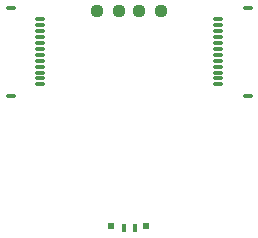
<source format=gbr>
%TF.GenerationSoftware,KiCad,Pcbnew,8.0.1*%
%TF.CreationDate,2024-03-21T20:23:12-04:00*%
%TF.ProjectId,040-05x-v2,3034302d-3035-4782-9d76-322e6b696361,rev?*%
%TF.SameCoordinates,Original*%
%TF.FileFunction,Paste,Top*%
%TF.FilePolarity,Positive*%
%FSLAX46Y46*%
G04 Gerber Fmt 4.6, Leading zero omitted, Abs format (unit mm)*
G04 Created by KiCad (PCBNEW 8.0.1) date 2024-03-21 20:23:12*
%MOMM*%
%LPD*%
G01*
G04 APERTURE LIST*
G04 Aperture macros list*
%AMRoundRect*
0 Rectangle with rounded corners*
0 $1 Rounding radius*
0 $2 $3 $4 $5 $6 $7 $8 $9 X,Y pos of 4 corners*
0 Add a 4 corners polygon primitive as box body*
4,1,4,$2,$3,$4,$5,$6,$7,$8,$9,$2,$3,0*
0 Add four circle primitives for the rounded corners*
1,1,$1+$1,$2,$3*
1,1,$1+$1,$4,$5*
1,1,$1+$1,$6,$7*
1,1,$1+$1,$8,$9*
0 Add four rect primitives between the rounded corners*
20,1,$1+$1,$2,$3,$4,$5,0*
20,1,$1+$1,$4,$5,$6,$7,0*
20,1,$1+$1,$6,$7,$8,$9,0*
20,1,$1+$1,$8,$9,$2,$3,0*%
G04 Aperture macros list end*
%ADD10RoundRect,0.100000X-0.300000X0.100000X-0.300000X-0.100000X0.300000X-0.100000X0.300000X0.100000X0*%
%ADD11RoundRect,0.075000X-0.325000X0.075000X-0.325000X-0.075000X0.325000X-0.075000X0.325000X0.075000X0*%
%ADD12RoundRect,0.237500X0.250000X0.237500X-0.250000X0.237500X-0.250000X-0.237500X0.250000X-0.237500X0*%
%ADD13R,0.600000X0.500000*%
%ADD14R,0.440000X0.750000*%
%ADD15RoundRect,0.100000X0.300000X-0.100000X0.300000X0.100000X-0.300000X0.100000X-0.300000X-0.100000X0*%
%ADD16RoundRect,0.075000X0.325000X-0.075000X0.325000X0.075000X-0.325000X0.075000X-0.325000X-0.075000X0*%
G04 APERTURE END LIST*
D10*
%TO.C,J3*%
X57037000Y-58353000D03*
X57037000Y-65853000D03*
D11*
X59537000Y-59353000D03*
X59537000Y-59853000D03*
X59537000Y-60353000D03*
X59537000Y-60853000D03*
X59537000Y-61353000D03*
X59537000Y-61853000D03*
X59537000Y-62353000D03*
X59537000Y-62853000D03*
X59537000Y-63353000D03*
X59537000Y-63853000D03*
X59537000Y-64353000D03*
X59537000Y-64853000D03*
%TD*%
D12*
%TO.C,R4*%
X66190500Y-58674000D03*
X64365500Y-58674000D03*
%TD*%
%TO.C,R3*%
X69746500Y-58674000D03*
X67921500Y-58674000D03*
%TD*%
D13*
%TO.C,D1*%
X65536000Y-76877000D03*
D14*
X66606000Y-77002000D03*
X67506000Y-77002000D03*
D13*
X68456000Y-76877000D03*
%TD*%
D15*
%TO.C,J2*%
X77075000Y-65853000D03*
X77075000Y-58353000D03*
D16*
X74575000Y-64853000D03*
X74575000Y-64353000D03*
X74575000Y-63853000D03*
X74575000Y-63353000D03*
X74575000Y-62853000D03*
X74575000Y-62353000D03*
X74575000Y-61853000D03*
X74575000Y-61353000D03*
X74575000Y-60853000D03*
X74575000Y-60353000D03*
X74575000Y-59853000D03*
X74575000Y-59353000D03*
%TD*%
M02*

</source>
